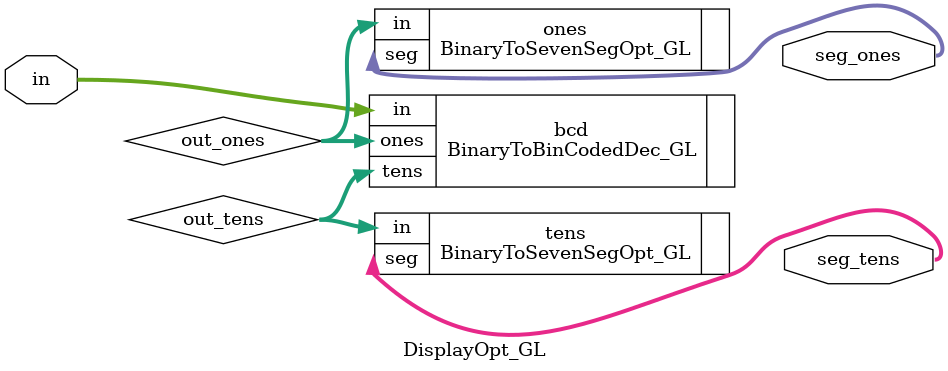
<source format=v>

`ifndef DISPLAY_OPT_GL_V
`define DISPLAY_OPT_GL_V

`include "BinaryToBinCodedDec_GL.v"
`include "BinaryToSevenSegOpt_GL.v"

module DisplayOpt_GL
(
  input  wire [4:0] in,
  output wire [6:0] seg_tens,
  output wire [6:0] seg_ones
);

wire  [3:0] out_tens;
wire [3:0] out_ones;

BinaryToBinCodedDec_GL bcd
(
  .in (in),
  .tens (out_tens),
  .ones (out_ones)
);

BinaryToSevenSegOpt_GL tens
(
  .in (out_tens),
  .seg (seg_tens)
);

BinaryToSevenSegOpt_GL ones
(
  .in (out_ones),
  .seg (seg_ones)
);

endmodule

`endif /* DISPLAY_OPT_GL_V */


</source>
